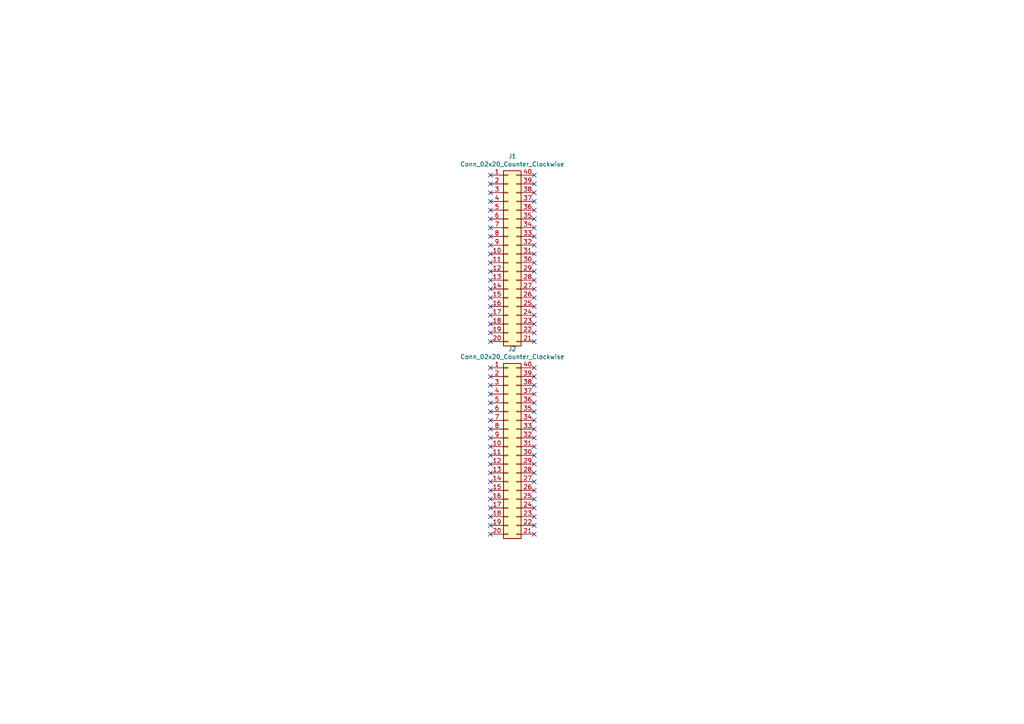
<source format=kicad_sch>
(kicad_sch (version 20201015) (generator eeschema)
  (paper "A4")
  (lib_symbols
    (symbol "Connector_Generic:Conn_02x20_Counter_Clockwise" (pin_names (offset 1.016) hide)
      (property "Reference" "J" (at 1.27 25.4 0))
      (property "Value" "Conn_02x20_Counter_Clockwise" (at 1.27 -27.94 0))
      (symbol "Conn_02x20_Counter_Clockwise_1_1"
        (rectangle (start -1.27 -4.953) (end 0 -5.207) (stroke (width 0.1524)))
        (rectangle (start -1.27 -7.493) (end 0 -7.747) (stroke (width 0.1524)))
        (rectangle (start -1.27 -10.033) (end 0 -10.287) (stroke (width 0.1524)))
        (rectangle (start -1.27 -12.573) (end 0 -12.827) (stroke (width 0.1524)))
        (rectangle (start -1.27 -15.113) (end 0 -15.367) (stroke (width 0.1524)))
        (rectangle (start -1.27 -17.653) (end 0 -17.907) (stroke (width 0.1524)))
        (rectangle (start -1.27 -20.193) (end 0 -20.447) (stroke (width 0.1524)))
        (rectangle (start -1.27 -22.733) (end 0 -22.987) (stroke (width 0.1524)))
        (rectangle (start -1.27 -2.413) (end 0 -2.667) (stroke (width 0.1524)))
        (rectangle (start -1.27 -25.273) (end 0 -25.527) (stroke (width 0.1524)))
        (rectangle (start -1.27 2.667) (end 0 2.413) (stroke (width 0.1524)))
        (rectangle (start -1.27 5.207) (end 0 4.953) (stroke (width 0.1524)))
        (rectangle (start -1.27 7.747) (end 0 7.493) (stroke (width 0.1524)))
        (rectangle (start -1.27 10.287) (end 0 10.033) (stroke (width 0.1524)))
        (rectangle (start -1.27 0.127) (end 0 -0.127) (stroke (width 0.1524)))
        (rectangle (start -1.27 12.827) (end 0 12.573) (stroke (width 0.1524)))
        (rectangle (start -1.27 15.367) (end 0 15.113) (stroke (width 0.1524)))
        (rectangle (start -1.27 17.907) (end 0 17.653) (stroke (width 0.1524)))
        (rectangle (start -1.27 20.447) (end 0 20.193) (stroke (width 0.1524)))
        (rectangle (start -1.27 22.987) (end 0 22.733) (stroke (width 0.1524)))
        (rectangle (start -1.27 24.13) (end 3.81 -26.67) (stroke (width 0.254)) (fill (type background)))
        (rectangle (start 3.81 -4.953) (end 2.54 -5.207) (stroke (width 0.1524)))
        (rectangle (start 3.81 -7.493) (end 2.54 -7.747) (stroke (width 0.1524)))
        (rectangle (start 3.81 -10.033) (end 2.54 -10.287) (stroke (width 0.1524)))
        (rectangle (start 3.81 -12.573) (end 2.54 -12.827) (stroke (width 0.1524)))
        (rectangle (start 3.81 -15.113) (end 2.54 -15.367) (stroke (width 0.1524)))
        (rectangle (start 3.81 -17.653) (end 2.54 -17.907) (stroke (width 0.1524)))
        (rectangle (start 3.81 -20.193) (end 2.54 -20.447) (stroke (width 0.1524)))
        (rectangle (start 3.81 -22.733) (end 2.54 -22.987) (stroke (width 0.1524)))
        (rectangle (start 3.81 -2.413) (end 2.54 -2.667) (stroke (width 0.1524)))
        (rectangle (start 3.81 -25.273) (end 2.54 -25.527) (stroke (width 0.1524)))
        (rectangle (start 3.81 2.667) (end 2.54 2.413) (stroke (width 0.1524)))
        (rectangle (start 3.81 5.207) (end 2.54 4.953) (stroke (width 0.1524)))
        (rectangle (start 3.81 7.747) (end 2.54 7.493) (stroke (width 0.1524)))
        (rectangle (start 3.81 10.287) (end 2.54 10.033) (stroke (width 0.1524)))
        (rectangle (start 3.81 0.127) (end 2.54 -0.127) (stroke (width 0.1524)))
        (rectangle (start 3.81 12.827) (end 2.54 12.573) (stroke (width 0.1524)))
        (rectangle (start 3.81 15.367) (end 2.54 15.113) (stroke (width 0.1524)))
        (rectangle (start 3.81 17.907) (end 2.54 17.653) (stroke (width 0.1524)))
        (rectangle (start 3.81 20.447) (end 2.54 20.193) (stroke (width 0.1524)))
        (rectangle (start 3.81 22.987) (end 2.54 22.733) (stroke (width 0.1524)))
        (pin passive line (at -5.08 22.86 0) (length 3.81) (name "Pin_1") (number "1"))
        (pin passive line (at -5.08 0 0) (length 3.81) (name "Pin_10") (number "10"))
        (pin passive line (at -5.08 -2.54 0) (length 3.81) (name "Pin_11") (number "11"))
        (pin passive line (at -5.08 -5.08 0) (length 3.81) (name "Pin_12") (number "12"))
        (pin passive line (at -5.08 -7.62 0) (length 3.81) (name "Pin_13") (number "13"))
        (pin passive line (at -5.08 -10.16 0) (length 3.81) (name "Pin_14") (number "14"))
        (pin passive line (at -5.08 -12.7 0) (length 3.81) (name "Pin_15") (number "15"))
        (pin passive line (at -5.08 -15.24 0) (length 3.81) (name "Pin_16") (number "16"))
        (pin passive line (at -5.08 -17.78 0) (length 3.81) (name "Pin_17") (number "17"))
        (pin passive line (at -5.08 -20.32 0) (length 3.81) (name "Pin_18") (number "18"))
        (pin passive line (at -5.08 -22.86 0) (length 3.81) (name "Pin_19") (number "19"))
        (pin passive line (at -5.08 20.32 0) (length 3.81) (name "Pin_2") (number "2"))
        (pin passive line (at -5.08 -25.4 0) (length 3.81) (name "Pin_20") (number "20"))
        (pin passive line (at 7.62 -25.4 180) (length 3.81) (name "Pin_21") (number "21"))
        (pin passive line (at 7.62 -22.86 180) (length 3.81) (name "Pin_22") (number "22"))
        (pin passive line (at 7.62 -20.32 180) (length 3.81) (name "Pin_23") (number "23"))
        (pin passive line (at 7.62 -17.78 180) (length 3.81) (name "Pin_24") (number "24"))
        (pin passive line (at 7.62 -15.24 180) (length 3.81) (name "Pin_25") (number "25"))
        (pin passive line (at 7.62 -12.7 180) (length 3.81) (name "Pin_26") (number "26"))
        (pin passive line (at 7.62 -10.16 180) (length 3.81) (name "Pin_27") (number "27"))
        (pin passive line (at 7.62 -7.62 180) (length 3.81) (name "Pin_28") (number "28"))
        (pin passive line (at 7.62 -5.08 180) (length 3.81) (name "Pin_29") (number "29"))
        (pin passive line (at -5.08 17.78 0) (length 3.81) (name "Pin_3") (number "3"))
        (pin passive line (at 7.62 -2.54 180) (length 3.81) (name "Pin_30") (number "30"))
        (pin passive line (at 7.62 0 180) (length 3.81) (name "Pin_31") (number "31"))
        (pin passive line (at 7.62 2.54 180) (length 3.81) (name "Pin_32") (number "32"))
        (pin passive line (at 7.62 5.08 180) (length 3.81) (name "Pin_33") (number "33"))
        (pin passive line (at 7.62 7.62 180) (length 3.81) (name "Pin_34") (number "34"))
        (pin passive line (at 7.62 10.16 180) (length 3.81) (name "Pin_35") (number "35"))
        (pin passive line (at 7.62 12.7 180) (length 3.81) (name "Pin_36") (number "36"))
        (pin passive line (at 7.62 15.24 180) (length 3.81) (name "Pin_37") (number "37"))
        (pin passive line (at 7.62 17.78 180) (length 3.81) (name "Pin_38") (number "38"))
        (pin passive line (at 7.62 20.32 180) (length 3.81) (name "Pin_39") (number "39"))
        (pin passive line (at -5.08 15.24 0) (length 3.81) (name "Pin_4") (number "4"))
        (pin passive line (at 7.62 22.86 180) (length 3.81) (name "Pin_40") (number "40"))
        (pin passive line (at -5.08 12.7 0) (length 3.81) (name "Pin_5") (number "5"))
        (pin passive line (at -5.08 10.16 0) (length 3.81) (name "Pin_6") (number "6"))
        (pin passive line (at -5.08 7.62 0) (length 3.81) (name "Pin_7") (number "7"))
        (pin passive line (at -5.08 5.08 0) (length 3.81) (name "Pin_8") (number "8"))
        (pin passive line (at -5.08 2.54 0) (length 3.81) (name "Pin_9") (number "9"))
      )
    )
  )
  (no_connect (at 142.24 99.06))
  (no_connect (at 142.24 55.88))
  (no_connect (at 142.24 109.22))
  (no_connect (at 154.94 154.94))
  (no_connect (at 142.24 114.3))
  (no_connect (at 154.94 116.84))
  (no_connect (at 142.24 58.42))
  (no_connect (at 154.94 139.7))
  (no_connect (at 154.94 124.46))
  (no_connect (at 142.24 154.94))
  (no_connect (at 142.24 139.7))
  (no_connect (at 142.24 53.34))
  (no_connect (at 154.94 114.3))
  (no_connect (at 142.24 78.74))
  (no_connect (at 154.94 149.86))
  (no_connect (at 142.24 93.98))
  (no_connect (at 142.24 127))
  (no_connect (at 142.24 63.5))
  (no_connect (at 154.94 93.98))
  (no_connect (at 154.94 137.16))
  (no_connect (at 142.24 106.68))
  (no_connect (at 154.94 63.5))
  (no_connect (at 154.94 76.2))
  (no_connect (at 154.94 86.36))
  (no_connect (at 154.94 144.78))
  (no_connect (at 142.24 81.28))
  (no_connect (at 142.24 132.08))
  (no_connect (at 142.24 91.44))
  (no_connect (at 142.24 121.92))
  (no_connect (at 142.24 111.76))
  (no_connect (at 142.24 60.96))
  (no_connect (at 142.24 68.58))
  (no_connect (at 142.24 147.32))
  (no_connect (at 142.24 124.46))
  (no_connect (at 142.24 149.86))
  (no_connect (at 142.24 129.54))
  (no_connect (at 154.94 147.32))
  (no_connect (at 142.24 76.2))
  (no_connect (at 142.24 137.16))
  (no_connect (at 154.94 83.82))
  (no_connect (at 154.94 68.58))
  (no_connect (at 142.24 71.12))
  (no_connect (at 142.24 134.62))
  (no_connect (at 154.94 109.22))
  (no_connect (at 154.94 58.42))
  (no_connect (at 154.94 99.06))
  (no_connect (at 154.94 129.54))
  (no_connect (at 154.94 71.12))
  (no_connect (at 142.24 73.66))
  (no_connect (at 154.94 78.74))
  (no_connect (at 142.24 88.9))
  (no_connect (at 142.24 83.82))
  (no_connect (at 142.24 119.38))
  (no_connect (at 154.94 127))
  (no_connect (at 154.94 132.08))
  (no_connect (at 142.24 66.04))
  (no_connect (at 142.24 50.8))
  (no_connect (at 154.94 66.04))
  (no_connect (at 154.94 121.92))
  (no_connect (at 154.94 81.28))
  (no_connect (at 154.94 142.24))
  (no_connect (at 142.24 86.36))
  (no_connect (at 154.94 88.9))
  (no_connect (at 154.94 111.76))
  (no_connect (at 142.24 142.24))
  (no_connect (at 154.94 96.52))
  (no_connect (at 142.24 116.84))
  (no_connect (at 154.94 53.34))
  (no_connect (at 154.94 91.44))
  (no_connect (at 154.94 119.38))
  (no_connect (at 154.94 50.8))
  (no_connect (at 142.24 152.4))
  (no_connect (at 154.94 55.88))
  (no_connect (at 154.94 60.96))
  (no_connect (at 142.24 144.78))
  (no_connect (at 142.24 96.52))
  (no_connect (at 154.94 152.4))
  (no_connect (at 154.94 73.66))
  (no_connect (at 154.94 106.68))
  (no_connect (at 154.94 134.62))
  (symbol (lib_id "Connector_Generic:Conn_02x20_Counter_Clockwise") (at 147.32 73.66 0) (unit 1)
    (property "Reference" "J1" (at 148.59 45.3198 0))
    (property "Value" "Conn_02x20_Counter_Clockwise" (at 148.59 47.6185 0))
    (property "Footprint" "Connector_PinHeader_2.54mm:PinHeader_2x20_P2.54mm_Horizontal" (effects hide))
  )
  (symbol (lib_id "Connector_Generic:Conn_02x20_Counter_Clockwise") (at 147.32 129.54 0) (unit 1)
    (property "Reference" "J2" (at 148.59 101.1998 0))
    (property "Value" "Conn_02x20_Counter_Clockwise" (at 148.59 103.4985 0))
    (property "Footprint" "Connector_PinHeader_2.54mm:PinHeader_2x20_P2.54mm_Horizontal" (effects hide))
  )
)
</source>
